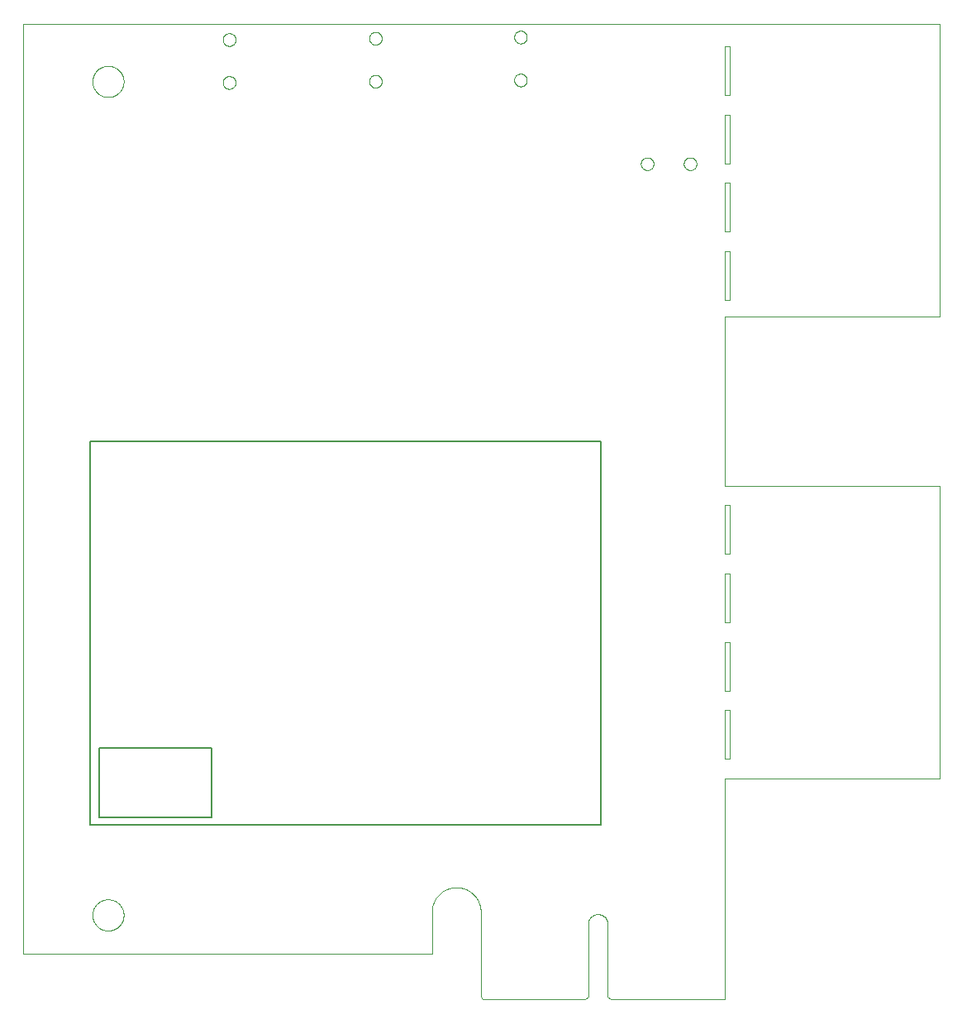
<source format=gbo>
G04 EAGLE Gerber RS-274X export*
G75*
%MOMM*%
%FSLAX34Y34*%
%LPD*%
%INSilk bottom*%
%IPPOS*%
%AMOC8*
5,1,8,0,0,1.08239X$1,22.5*%
G01*
%ADD10C,0.000000*%
%ADD11C,0.000003*%
%ADD12C,0.152400*%


D10*
X-317900Y87150D02*
X-317895Y87543D01*
X-317881Y87935D01*
X-317857Y88327D01*
X-317823Y88718D01*
X-317780Y89109D01*
X-317727Y89498D01*
X-317664Y89885D01*
X-317593Y90271D01*
X-317511Y90656D01*
X-317421Y91038D01*
X-317320Y91417D01*
X-317211Y91795D01*
X-317092Y92169D01*
X-316965Y92540D01*
X-316828Y92908D01*
X-316682Y93273D01*
X-316527Y93634D01*
X-316364Y93991D01*
X-316192Y94344D01*
X-316011Y94692D01*
X-315821Y95036D01*
X-315624Y95376D01*
X-315418Y95710D01*
X-315204Y96039D01*
X-314981Y96363D01*
X-314751Y96681D01*
X-314514Y96994D01*
X-314268Y97300D01*
X-314015Y97601D01*
X-313755Y97895D01*
X-313488Y98183D01*
X-313214Y98464D01*
X-312933Y98738D01*
X-312645Y99005D01*
X-312351Y99265D01*
X-312050Y99518D01*
X-311744Y99764D01*
X-311431Y100001D01*
X-311113Y100231D01*
X-310789Y100454D01*
X-310460Y100668D01*
X-310126Y100874D01*
X-309786Y101071D01*
X-309442Y101261D01*
X-309094Y101442D01*
X-308741Y101614D01*
X-308384Y101777D01*
X-308023Y101932D01*
X-307658Y102078D01*
X-307290Y102215D01*
X-306919Y102342D01*
X-306545Y102461D01*
X-306167Y102570D01*
X-305788Y102671D01*
X-305406Y102761D01*
X-305021Y102843D01*
X-304635Y102914D01*
X-304248Y102977D01*
X-303859Y103030D01*
X-303468Y103073D01*
X-303077Y103107D01*
X-302685Y103131D01*
X-302293Y103145D01*
X-301900Y103150D01*
X-301507Y103145D01*
X-301115Y103131D01*
X-300723Y103107D01*
X-300332Y103073D01*
X-299941Y103030D01*
X-299552Y102977D01*
X-299165Y102914D01*
X-298779Y102843D01*
X-298394Y102761D01*
X-298012Y102671D01*
X-297633Y102570D01*
X-297255Y102461D01*
X-296881Y102342D01*
X-296510Y102215D01*
X-296142Y102078D01*
X-295777Y101932D01*
X-295416Y101777D01*
X-295059Y101614D01*
X-294706Y101442D01*
X-294358Y101261D01*
X-294014Y101071D01*
X-293674Y100874D01*
X-293340Y100668D01*
X-293011Y100454D01*
X-292687Y100231D01*
X-292369Y100001D01*
X-292056Y99764D01*
X-291750Y99518D01*
X-291449Y99265D01*
X-291155Y99005D01*
X-290867Y98738D01*
X-290586Y98464D01*
X-290312Y98183D01*
X-290045Y97895D01*
X-289785Y97601D01*
X-289532Y97300D01*
X-289286Y96994D01*
X-289049Y96681D01*
X-288819Y96363D01*
X-288596Y96039D01*
X-288382Y95710D01*
X-288176Y95376D01*
X-287979Y95036D01*
X-287789Y94692D01*
X-287608Y94344D01*
X-287436Y93991D01*
X-287273Y93634D01*
X-287118Y93273D01*
X-286972Y92908D01*
X-286835Y92540D01*
X-286708Y92169D01*
X-286589Y91795D01*
X-286480Y91417D01*
X-286379Y91038D01*
X-286289Y90656D01*
X-286207Y90271D01*
X-286136Y89885D01*
X-286073Y89498D01*
X-286020Y89109D01*
X-285977Y88718D01*
X-285943Y88327D01*
X-285919Y87935D01*
X-285905Y87543D01*
X-285900Y87150D01*
X-285905Y86757D01*
X-285919Y86365D01*
X-285943Y85973D01*
X-285977Y85582D01*
X-286020Y85191D01*
X-286073Y84802D01*
X-286136Y84415D01*
X-286207Y84029D01*
X-286289Y83644D01*
X-286379Y83262D01*
X-286480Y82883D01*
X-286589Y82505D01*
X-286708Y82131D01*
X-286835Y81760D01*
X-286972Y81392D01*
X-287118Y81027D01*
X-287273Y80666D01*
X-287436Y80309D01*
X-287608Y79956D01*
X-287789Y79608D01*
X-287979Y79264D01*
X-288176Y78924D01*
X-288382Y78590D01*
X-288596Y78261D01*
X-288819Y77937D01*
X-289049Y77619D01*
X-289286Y77306D01*
X-289532Y77000D01*
X-289785Y76699D01*
X-290045Y76405D01*
X-290312Y76117D01*
X-290586Y75836D01*
X-290867Y75562D01*
X-291155Y75295D01*
X-291449Y75035D01*
X-291750Y74782D01*
X-292056Y74536D01*
X-292369Y74299D01*
X-292687Y74069D01*
X-293011Y73846D01*
X-293340Y73632D01*
X-293674Y73426D01*
X-294014Y73229D01*
X-294358Y73039D01*
X-294706Y72858D01*
X-295059Y72686D01*
X-295416Y72523D01*
X-295777Y72368D01*
X-296142Y72222D01*
X-296510Y72085D01*
X-296881Y71958D01*
X-297255Y71839D01*
X-297633Y71730D01*
X-298012Y71629D01*
X-298394Y71539D01*
X-298779Y71457D01*
X-299165Y71386D01*
X-299552Y71323D01*
X-299941Y71270D01*
X-300332Y71227D01*
X-300723Y71193D01*
X-301115Y71169D01*
X-301507Y71155D01*
X-301900Y71150D01*
X-302293Y71155D01*
X-302685Y71169D01*
X-303077Y71193D01*
X-303468Y71227D01*
X-303859Y71270D01*
X-304248Y71323D01*
X-304635Y71386D01*
X-305021Y71457D01*
X-305406Y71539D01*
X-305788Y71629D01*
X-306167Y71730D01*
X-306545Y71839D01*
X-306919Y71958D01*
X-307290Y72085D01*
X-307658Y72222D01*
X-308023Y72368D01*
X-308384Y72523D01*
X-308741Y72686D01*
X-309094Y72858D01*
X-309442Y73039D01*
X-309786Y73229D01*
X-310126Y73426D01*
X-310460Y73632D01*
X-310789Y73846D01*
X-311113Y74069D01*
X-311431Y74299D01*
X-311744Y74536D01*
X-312050Y74782D01*
X-312351Y75035D01*
X-312645Y75295D01*
X-312933Y75562D01*
X-313214Y75836D01*
X-313488Y76117D01*
X-313755Y76405D01*
X-314015Y76699D01*
X-314268Y77000D01*
X-314514Y77306D01*
X-314751Y77619D01*
X-314981Y77937D01*
X-315204Y78261D01*
X-315418Y78590D01*
X-315624Y78924D01*
X-315821Y79264D01*
X-316011Y79608D01*
X-316192Y79956D01*
X-316364Y80309D01*
X-316527Y80666D01*
X-316682Y81027D01*
X-316828Y81392D01*
X-316965Y81760D01*
X-317092Y82131D01*
X-317211Y82505D01*
X-317320Y82883D01*
X-317421Y83262D01*
X-317511Y83644D01*
X-317593Y84029D01*
X-317664Y84415D01*
X-317727Y84802D01*
X-317780Y85191D01*
X-317823Y85582D01*
X-317857Y85973D01*
X-317881Y86365D01*
X-317895Y86757D01*
X-317900Y87150D01*
X-317900Y941050D02*
X-317895Y941443D01*
X-317881Y941835D01*
X-317857Y942227D01*
X-317823Y942618D01*
X-317780Y943009D01*
X-317727Y943398D01*
X-317664Y943785D01*
X-317593Y944171D01*
X-317511Y944556D01*
X-317421Y944938D01*
X-317320Y945317D01*
X-317211Y945695D01*
X-317092Y946069D01*
X-316965Y946440D01*
X-316828Y946808D01*
X-316682Y947173D01*
X-316527Y947534D01*
X-316364Y947891D01*
X-316192Y948244D01*
X-316011Y948592D01*
X-315821Y948936D01*
X-315624Y949276D01*
X-315418Y949610D01*
X-315204Y949939D01*
X-314981Y950263D01*
X-314751Y950581D01*
X-314514Y950894D01*
X-314268Y951200D01*
X-314015Y951501D01*
X-313755Y951795D01*
X-313488Y952083D01*
X-313214Y952364D01*
X-312933Y952638D01*
X-312645Y952905D01*
X-312351Y953165D01*
X-312050Y953418D01*
X-311744Y953664D01*
X-311431Y953901D01*
X-311113Y954131D01*
X-310789Y954354D01*
X-310460Y954568D01*
X-310126Y954774D01*
X-309786Y954971D01*
X-309442Y955161D01*
X-309094Y955342D01*
X-308741Y955514D01*
X-308384Y955677D01*
X-308023Y955832D01*
X-307658Y955978D01*
X-307290Y956115D01*
X-306919Y956242D01*
X-306545Y956361D01*
X-306167Y956470D01*
X-305788Y956571D01*
X-305406Y956661D01*
X-305021Y956743D01*
X-304635Y956814D01*
X-304248Y956877D01*
X-303859Y956930D01*
X-303468Y956973D01*
X-303077Y957007D01*
X-302685Y957031D01*
X-302293Y957045D01*
X-301900Y957050D01*
X-301507Y957045D01*
X-301115Y957031D01*
X-300723Y957007D01*
X-300332Y956973D01*
X-299941Y956930D01*
X-299552Y956877D01*
X-299165Y956814D01*
X-298779Y956743D01*
X-298394Y956661D01*
X-298012Y956571D01*
X-297633Y956470D01*
X-297255Y956361D01*
X-296881Y956242D01*
X-296510Y956115D01*
X-296142Y955978D01*
X-295777Y955832D01*
X-295416Y955677D01*
X-295059Y955514D01*
X-294706Y955342D01*
X-294358Y955161D01*
X-294014Y954971D01*
X-293674Y954774D01*
X-293340Y954568D01*
X-293011Y954354D01*
X-292687Y954131D01*
X-292369Y953901D01*
X-292056Y953664D01*
X-291750Y953418D01*
X-291449Y953165D01*
X-291155Y952905D01*
X-290867Y952638D01*
X-290586Y952364D01*
X-290312Y952083D01*
X-290045Y951795D01*
X-289785Y951501D01*
X-289532Y951200D01*
X-289286Y950894D01*
X-289049Y950581D01*
X-288819Y950263D01*
X-288596Y949939D01*
X-288382Y949610D01*
X-288176Y949276D01*
X-287979Y948936D01*
X-287789Y948592D01*
X-287608Y948244D01*
X-287436Y947891D01*
X-287273Y947534D01*
X-287118Y947173D01*
X-286972Y946808D01*
X-286835Y946440D01*
X-286708Y946069D01*
X-286589Y945695D01*
X-286480Y945317D01*
X-286379Y944938D01*
X-286289Y944556D01*
X-286207Y944171D01*
X-286136Y943785D01*
X-286073Y943398D01*
X-286020Y943009D01*
X-285977Y942618D01*
X-285943Y942227D01*
X-285919Y941835D01*
X-285905Y941443D01*
X-285900Y941050D01*
X-285905Y940657D01*
X-285919Y940265D01*
X-285943Y939873D01*
X-285977Y939482D01*
X-286020Y939091D01*
X-286073Y938702D01*
X-286136Y938315D01*
X-286207Y937929D01*
X-286289Y937544D01*
X-286379Y937162D01*
X-286480Y936783D01*
X-286589Y936405D01*
X-286708Y936031D01*
X-286835Y935660D01*
X-286972Y935292D01*
X-287118Y934927D01*
X-287273Y934566D01*
X-287436Y934209D01*
X-287608Y933856D01*
X-287789Y933508D01*
X-287979Y933164D01*
X-288176Y932824D01*
X-288382Y932490D01*
X-288596Y932161D01*
X-288819Y931837D01*
X-289049Y931519D01*
X-289286Y931206D01*
X-289532Y930900D01*
X-289785Y930599D01*
X-290045Y930305D01*
X-290312Y930017D01*
X-290586Y929736D01*
X-290867Y929462D01*
X-291155Y929195D01*
X-291449Y928935D01*
X-291750Y928682D01*
X-292056Y928436D01*
X-292369Y928199D01*
X-292687Y927969D01*
X-293011Y927746D01*
X-293340Y927532D01*
X-293674Y927326D01*
X-294014Y927129D01*
X-294358Y926939D01*
X-294706Y926758D01*
X-295059Y926586D01*
X-295416Y926423D01*
X-295777Y926268D01*
X-296142Y926122D01*
X-296510Y925985D01*
X-296881Y925858D01*
X-297255Y925739D01*
X-297633Y925630D01*
X-298012Y925529D01*
X-298394Y925439D01*
X-298779Y925357D01*
X-299165Y925286D01*
X-299552Y925223D01*
X-299941Y925170D01*
X-300332Y925127D01*
X-300723Y925093D01*
X-301115Y925069D01*
X-301507Y925055D01*
X-301900Y925050D01*
X-302293Y925055D01*
X-302685Y925069D01*
X-303077Y925093D01*
X-303468Y925127D01*
X-303859Y925170D01*
X-304248Y925223D01*
X-304635Y925286D01*
X-305021Y925357D01*
X-305406Y925439D01*
X-305788Y925529D01*
X-306167Y925630D01*
X-306545Y925739D01*
X-306919Y925858D01*
X-307290Y925985D01*
X-307658Y926122D01*
X-308023Y926268D01*
X-308384Y926423D01*
X-308741Y926586D01*
X-309094Y926758D01*
X-309442Y926939D01*
X-309786Y927129D01*
X-310126Y927326D01*
X-310460Y927532D01*
X-310789Y927746D01*
X-311113Y927969D01*
X-311431Y928199D01*
X-311744Y928436D01*
X-312050Y928682D01*
X-312351Y928935D01*
X-312645Y929195D01*
X-312933Y929462D01*
X-313214Y929736D01*
X-313488Y930017D01*
X-313755Y930305D01*
X-314015Y930599D01*
X-314268Y930900D01*
X-314514Y931206D01*
X-314751Y931519D01*
X-314981Y931837D01*
X-315204Y932161D01*
X-315418Y932490D01*
X-315624Y932824D01*
X-315821Y933164D01*
X-316011Y933508D01*
X-316192Y933856D01*
X-316364Y934209D01*
X-316527Y934566D01*
X-316682Y934927D01*
X-316828Y935292D01*
X-316965Y935660D01*
X-317092Y936031D01*
X-317211Y936405D01*
X-317320Y936783D01*
X-317421Y937162D01*
X-317511Y937544D01*
X-317593Y937929D01*
X-317664Y938315D01*
X-317727Y938702D01*
X-317780Y939091D01*
X-317823Y939482D01*
X-317857Y939873D01*
X-317881Y940265D01*
X-317895Y940657D01*
X-317900Y941050D01*
D11*
X79900Y90500D02*
X79900Y3500D01*
X81900Y500D01*
X186900Y500D01*
X209900Y3500D02*
X209900Y78000D01*
X189900Y3500D02*
X186900Y500D01*
X209900Y3500D02*
X212900Y500D01*
X330000Y500D01*
X209900Y78000D02*
X209897Y78244D01*
X209888Y78487D01*
X209873Y78730D01*
X209853Y78973D01*
X209826Y79215D01*
X209793Y79456D01*
X209755Y79696D01*
X209711Y79936D01*
X209661Y80174D01*
X209605Y80411D01*
X209543Y80647D01*
X209476Y80881D01*
X209403Y81113D01*
X209324Y81344D01*
X209240Y81572D01*
X209150Y81799D01*
X209055Y82023D01*
X208954Y82245D01*
X208848Y82464D01*
X208737Y82680D01*
X208620Y82894D01*
X208499Y83105D01*
X208372Y83313D01*
X208240Y83518D01*
X208103Y83719D01*
X207961Y83917D01*
X207815Y84112D01*
X207664Y84303D01*
X207508Y84490D01*
X207348Y84673D01*
X207183Y84853D01*
X207014Y85028D01*
X206841Y85199D01*
X206663Y85366D01*
X206482Y85528D01*
X206297Y85686D01*
X206108Y85840D01*
X205915Y85989D01*
X205719Y86133D01*
X205519Y86272D01*
X205316Y86407D01*
X205109Y86536D01*
X204900Y86660D01*
X204688Y86779D01*
X204472Y86893D01*
X204255Y87002D01*
X204034Y87105D01*
X203811Y87203D01*
X203586Y87296D01*
X203358Y87383D01*
X203129Y87464D01*
X202897Y87540D01*
X202664Y87610D01*
X202429Y87675D01*
X202193Y87734D01*
X201955Y87787D01*
X201716Y87834D01*
X201476Y87875D01*
X201235Y87910D01*
X200994Y87940D01*
X200751Y87964D01*
X200508Y87981D01*
X200265Y87993D01*
X200022Y87999D01*
X199778Y87999D01*
X199535Y87993D01*
X199292Y87981D01*
X199049Y87964D01*
X198806Y87940D01*
X198565Y87910D01*
X198324Y87875D01*
X198084Y87834D01*
X197845Y87787D01*
X197607Y87734D01*
X197371Y87675D01*
X197136Y87610D01*
X196903Y87540D01*
X196671Y87464D01*
X196442Y87383D01*
X196214Y87296D01*
X195989Y87203D01*
X195766Y87105D01*
X195545Y87002D01*
X195328Y86893D01*
X195112Y86779D01*
X194900Y86660D01*
X194691Y86536D01*
X194484Y86407D01*
X194281Y86272D01*
X194081Y86133D01*
X193885Y85989D01*
X193692Y85840D01*
X193503Y85686D01*
X193318Y85528D01*
X193137Y85366D01*
X192959Y85199D01*
X192786Y85028D01*
X192617Y84853D01*
X192452Y84673D01*
X192292Y84490D01*
X192136Y84303D01*
X191985Y84112D01*
X191839Y83917D01*
X191697Y83719D01*
X191560Y83518D01*
X191428Y83313D01*
X191301Y83105D01*
X191180Y82894D01*
X191063Y82680D01*
X190952Y82464D01*
X190846Y82245D01*
X190745Y82023D01*
X190650Y81799D01*
X190560Y81572D01*
X190476Y81344D01*
X190397Y81113D01*
X190324Y80881D01*
X190257Y80647D01*
X190195Y80411D01*
X190139Y80174D01*
X190089Y79936D01*
X190045Y79696D01*
X190007Y79456D01*
X189974Y79215D01*
X189947Y78973D01*
X189927Y78730D01*
X189912Y78487D01*
X189903Y78244D01*
X189900Y78000D01*
X54900Y115500D02*
X54296Y115493D01*
X53692Y115471D01*
X53089Y115434D01*
X52487Y115383D01*
X51887Y115318D01*
X51288Y115238D01*
X50691Y115143D01*
X50097Y115034D01*
X49505Y114911D01*
X48917Y114774D01*
X48332Y114622D01*
X47751Y114456D01*
X47175Y114276D01*
X46602Y114083D01*
X46035Y113875D01*
X45473Y113654D01*
X44916Y113420D01*
X44365Y113172D01*
X43820Y112911D01*
X43282Y112636D01*
X42750Y112349D01*
X42226Y112049D01*
X41709Y111737D01*
X41200Y111412D01*
X40698Y111075D01*
X40205Y110725D01*
X39721Y110364D01*
X39245Y109992D01*
X38779Y109608D01*
X38322Y109213D01*
X37875Y108807D01*
X37437Y108390D01*
X37010Y107963D01*
X36593Y107525D01*
X36187Y107078D01*
X35792Y106621D01*
X35408Y106155D01*
X35036Y105679D01*
X34675Y105195D01*
X34325Y104702D01*
X33988Y104200D01*
X33663Y103691D01*
X33351Y103174D01*
X33051Y102650D01*
X32764Y102118D01*
X32489Y101580D01*
X32228Y101035D01*
X31980Y100484D01*
X31746Y99927D01*
X31525Y99365D01*
X31317Y98798D01*
X31124Y98225D01*
X30944Y97649D01*
X30778Y97068D01*
X30626Y96483D01*
X30489Y95895D01*
X30366Y95303D01*
X30257Y94709D01*
X30162Y94112D01*
X30082Y93513D01*
X30017Y92913D01*
X29966Y92311D01*
X29929Y91708D01*
X29907Y91104D01*
X29900Y90500D01*
X54900Y115500D02*
X55504Y115493D01*
X56108Y115471D01*
X56711Y115434D01*
X57313Y115383D01*
X57913Y115318D01*
X58512Y115238D01*
X59109Y115143D01*
X59703Y115034D01*
X60295Y114911D01*
X60883Y114774D01*
X61468Y114622D01*
X62049Y114456D01*
X62625Y114276D01*
X63198Y114083D01*
X63765Y113875D01*
X64327Y113654D01*
X64884Y113420D01*
X65435Y113172D01*
X65980Y112911D01*
X66518Y112636D01*
X67050Y112349D01*
X67574Y112049D01*
X68091Y111737D01*
X68600Y111412D01*
X69102Y111075D01*
X69595Y110725D01*
X70079Y110364D01*
X70555Y109992D01*
X71021Y109608D01*
X71478Y109213D01*
X71925Y108807D01*
X72363Y108390D01*
X72790Y107963D01*
X73207Y107525D01*
X73613Y107078D01*
X74008Y106621D01*
X74392Y106155D01*
X74764Y105679D01*
X75125Y105195D01*
X75475Y104702D01*
X75812Y104200D01*
X76137Y103691D01*
X76449Y103174D01*
X76749Y102650D01*
X77036Y102118D01*
X77311Y101580D01*
X77572Y101035D01*
X77820Y100484D01*
X78054Y99927D01*
X78275Y99365D01*
X78483Y98798D01*
X78676Y98225D01*
X78856Y97649D01*
X79022Y97068D01*
X79174Y96483D01*
X79311Y95895D01*
X79434Y95303D01*
X79543Y94709D01*
X79638Y94112D01*
X79718Y93513D01*
X79783Y92913D01*
X79834Y92311D01*
X79871Y91708D01*
X79893Y91104D01*
X79900Y90500D01*
X29900Y90500D02*
X29900Y47500D01*
X-389090Y47500D02*
X-389090Y1000030D01*
X330000Y1000030D01*
X189900Y78000D02*
X189900Y3500D01*
X-389090Y47498D02*
X-389090Y47500D01*
X29900Y47500D01*
D10*
X330000Y700000D02*
X550000Y700000D01*
X550000Y1000030D01*
X330000Y1000030D01*
X330000Y227050D02*
X550000Y227050D01*
X550000Y527050D01*
X330000Y527050D01*
X330000Y227050D02*
X330000Y500D01*
X330000Y527050D02*
X330000Y700000D01*
X335000Y297050D02*
X335000Y247050D01*
X330000Y247050D01*
X330000Y297050D02*
X335000Y297050D01*
X330000Y297050D02*
X330000Y247050D01*
X335000Y317050D02*
X335000Y367050D01*
X335000Y317050D02*
X330000Y317050D01*
X330000Y367050D02*
X335000Y367050D01*
X330000Y367050D02*
X330000Y317050D01*
X335000Y387050D02*
X335000Y437050D01*
X335000Y387050D02*
X330000Y387050D01*
X330000Y437050D02*
X335000Y437050D01*
X330000Y437050D02*
X330000Y387050D01*
X335000Y457050D02*
X335000Y507050D01*
X335000Y457050D02*
X330000Y457050D01*
X330000Y507050D02*
X335000Y507050D01*
X330000Y507050D02*
X330000Y457050D01*
X335000Y717050D02*
X335000Y767050D01*
X335000Y717050D02*
X330000Y717050D01*
X330000Y767050D02*
X335000Y767050D01*
X330000Y767050D02*
X330000Y717050D01*
X335000Y787050D02*
X335000Y837050D01*
X335000Y787050D02*
X330000Y787050D01*
X330000Y837050D02*
X335000Y837050D01*
X330000Y837050D02*
X330000Y787050D01*
X335000Y857050D02*
X335000Y907050D01*
X335000Y857050D02*
X330000Y857050D01*
X330000Y907050D02*
X335000Y907050D01*
X330000Y907050D02*
X330000Y857050D01*
X335000Y927050D02*
X335000Y977050D01*
X335000Y927050D02*
X330000Y927050D01*
X330000Y977050D02*
X335000Y977050D01*
X330000Y977050D02*
X330000Y927050D01*
X-184300Y983940D02*
X-184298Y984101D01*
X-184292Y984261D01*
X-184282Y984422D01*
X-184268Y984582D01*
X-184250Y984742D01*
X-184229Y984901D01*
X-184203Y985060D01*
X-184173Y985218D01*
X-184140Y985375D01*
X-184102Y985532D01*
X-184061Y985687D01*
X-184016Y985841D01*
X-183967Y985994D01*
X-183914Y986146D01*
X-183858Y986297D01*
X-183797Y986446D01*
X-183734Y986594D01*
X-183666Y986740D01*
X-183595Y986884D01*
X-183521Y987026D01*
X-183443Y987167D01*
X-183361Y987305D01*
X-183276Y987442D01*
X-183188Y987576D01*
X-183096Y987708D01*
X-183001Y987838D01*
X-182903Y987966D01*
X-182802Y988091D01*
X-182698Y988213D01*
X-182591Y988333D01*
X-182481Y988450D01*
X-182368Y988565D01*
X-182252Y988676D01*
X-182133Y988785D01*
X-182012Y988890D01*
X-181888Y988993D01*
X-181762Y989093D01*
X-181634Y989189D01*
X-181503Y989282D01*
X-181369Y989372D01*
X-181234Y989459D01*
X-181096Y989542D01*
X-180957Y989622D01*
X-180815Y989698D01*
X-180672Y989771D01*
X-180527Y989840D01*
X-180380Y989906D01*
X-180232Y989968D01*
X-180082Y990026D01*
X-179931Y990081D01*
X-179778Y990132D01*
X-179624Y990179D01*
X-179469Y990222D01*
X-179313Y990261D01*
X-179157Y990297D01*
X-178999Y990328D01*
X-178841Y990356D01*
X-178682Y990380D01*
X-178522Y990400D01*
X-178362Y990416D01*
X-178202Y990428D01*
X-178041Y990436D01*
X-177880Y990440D01*
X-177720Y990440D01*
X-177559Y990436D01*
X-177398Y990428D01*
X-177238Y990416D01*
X-177078Y990400D01*
X-176918Y990380D01*
X-176759Y990356D01*
X-176601Y990328D01*
X-176443Y990297D01*
X-176287Y990261D01*
X-176131Y990222D01*
X-175976Y990179D01*
X-175822Y990132D01*
X-175669Y990081D01*
X-175518Y990026D01*
X-175368Y989968D01*
X-175220Y989906D01*
X-175073Y989840D01*
X-174928Y989771D01*
X-174785Y989698D01*
X-174643Y989622D01*
X-174504Y989542D01*
X-174366Y989459D01*
X-174231Y989372D01*
X-174097Y989282D01*
X-173966Y989189D01*
X-173838Y989093D01*
X-173712Y988993D01*
X-173588Y988890D01*
X-173467Y988785D01*
X-173348Y988676D01*
X-173232Y988565D01*
X-173119Y988450D01*
X-173009Y988333D01*
X-172902Y988213D01*
X-172798Y988091D01*
X-172697Y987966D01*
X-172599Y987838D01*
X-172504Y987708D01*
X-172412Y987576D01*
X-172324Y987442D01*
X-172239Y987305D01*
X-172157Y987167D01*
X-172079Y987026D01*
X-172005Y986884D01*
X-171934Y986740D01*
X-171866Y986594D01*
X-171803Y986446D01*
X-171742Y986297D01*
X-171686Y986146D01*
X-171633Y985994D01*
X-171584Y985841D01*
X-171539Y985687D01*
X-171498Y985532D01*
X-171460Y985375D01*
X-171427Y985218D01*
X-171397Y985060D01*
X-171371Y984901D01*
X-171350Y984742D01*
X-171332Y984582D01*
X-171318Y984422D01*
X-171308Y984261D01*
X-171302Y984101D01*
X-171300Y983940D01*
X-171302Y983779D01*
X-171308Y983619D01*
X-171318Y983458D01*
X-171332Y983298D01*
X-171350Y983138D01*
X-171371Y982979D01*
X-171397Y982820D01*
X-171427Y982662D01*
X-171460Y982505D01*
X-171498Y982348D01*
X-171539Y982193D01*
X-171584Y982039D01*
X-171633Y981886D01*
X-171686Y981734D01*
X-171742Y981583D01*
X-171803Y981434D01*
X-171866Y981286D01*
X-171934Y981140D01*
X-172005Y980996D01*
X-172079Y980854D01*
X-172157Y980713D01*
X-172239Y980575D01*
X-172324Y980438D01*
X-172412Y980304D01*
X-172504Y980172D01*
X-172599Y980042D01*
X-172697Y979914D01*
X-172798Y979789D01*
X-172902Y979667D01*
X-173009Y979547D01*
X-173119Y979430D01*
X-173232Y979315D01*
X-173348Y979204D01*
X-173467Y979095D01*
X-173588Y978990D01*
X-173712Y978887D01*
X-173838Y978787D01*
X-173966Y978691D01*
X-174097Y978598D01*
X-174231Y978508D01*
X-174366Y978421D01*
X-174504Y978338D01*
X-174643Y978258D01*
X-174785Y978182D01*
X-174928Y978109D01*
X-175073Y978040D01*
X-175220Y977974D01*
X-175368Y977912D01*
X-175518Y977854D01*
X-175669Y977799D01*
X-175822Y977748D01*
X-175976Y977701D01*
X-176131Y977658D01*
X-176287Y977619D01*
X-176443Y977583D01*
X-176601Y977552D01*
X-176759Y977524D01*
X-176918Y977500D01*
X-177078Y977480D01*
X-177238Y977464D01*
X-177398Y977452D01*
X-177559Y977444D01*
X-177720Y977440D01*
X-177880Y977440D01*
X-178041Y977444D01*
X-178202Y977452D01*
X-178362Y977464D01*
X-178522Y977480D01*
X-178682Y977500D01*
X-178841Y977524D01*
X-178999Y977552D01*
X-179157Y977583D01*
X-179313Y977619D01*
X-179469Y977658D01*
X-179624Y977701D01*
X-179778Y977748D01*
X-179931Y977799D01*
X-180082Y977854D01*
X-180232Y977912D01*
X-180380Y977974D01*
X-180527Y978040D01*
X-180672Y978109D01*
X-180815Y978182D01*
X-180957Y978258D01*
X-181096Y978338D01*
X-181234Y978421D01*
X-181369Y978508D01*
X-181503Y978598D01*
X-181634Y978691D01*
X-181762Y978787D01*
X-181888Y978887D01*
X-182012Y978990D01*
X-182133Y979095D01*
X-182252Y979204D01*
X-182368Y979315D01*
X-182481Y979430D01*
X-182591Y979547D01*
X-182698Y979667D01*
X-182802Y979789D01*
X-182903Y979914D01*
X-183001Y980042D01*
X-183096Y980172D01*
X-183188Y980304D01*
X-183276Y980438D01*
X-183361Y980575D01*
X-183443Y980713D01*
X-183521Y980854D01*
X-183595Y980996D01*
X-183666Y981140D01*
X-183734Y981286D01*
X-183797Y981434D01*
X-183858Y981583D01*
X-183914Y981734D01*
X-183967Y981886D01*
X-184016Y982039D01*
X-184061Y982193D01*
X-184102Y982348D01*
X-184140Y982505D01*
X-184173Y982662D01*
X-184203Y982820D01*
X-184229Y982979D01*
X-184250Y983138D01*
X-184268Y983298D01*
X-184282Y983458D01*
X-184292Y983619D01*
X-184298Y983779D01*
X-184300Y983940D01*
X-184300Y939940D02*
X-184298Y940101D01*
X-184292Y940261D01*
X-184282Y940422D01*
X-184268Y940582D01*
X-184250Y940742D01*
X-184229Y940901D01*
X-184203Y941060D01*
X-184173Y941218D01*
X-184140Y941375D01*
X-184102Y941532D01*
X-184061Y941687D01*
X-184016Y941841D01*
X-183967Y941994D01*
X-183914Y942146D01*
X-183858Y942297D01*
X-183797Y942446D01*
X-183734Y942594D01*
X-183666Y942740D01*
X-183595Y942884D01*
X-183521Y943026D01*
X-183443Y943167D01*
X-183361Y943305D01*
X-183276Y943442D01*
X-183188Y943576D01*
X-183096Y943708D01*
X-183001Y943838D01*
X-182903Y943966D01*
X-182802Y944091D01*
X-182698Y944213D01*
X-182591Y944333D01*
X-182481Y944450D01*
X-182368Y944565D01*
X-182252Y944676D01*
X-182133Y944785D01*
X-182012Y944890D01*
X-181888Y944993D01*
X-181762Y945093D01*
X-181634Y945189D01*
X-181503Y945282D01*
X-181369Y945372D01*
X-181234Y945459D01*
X-181096Y945542D01*
X-180957Y945622D01*
X-180815Y945698D01*
X-180672Y945771D01*
X-180527Y945840D01*
X-180380Y945906D01*
X-180232Y945968D01*
X-180082Y946026D01*
X-179931Y946081D01*
X-179778Y946132D01*
X-179624Y946179D01*
X-179469Y946222D01*
X-179313Y946261D01*
X-179157Y946297D01*
X-178999Y946328D01*
X-178841Y946356D01*
X-178682Y946380D01*
X-178522Y946400D01*
X-178362Y946416D01*
X-178202Y946428D01*
X-178041Y946436D01*
X-177880Y946440D01*
X-177720Y946440D01*
X-177559Y946436D01*
X-177398Y946428D01*
X-177238Y946416D01*
X-177078Y946400D01*
X-176918Y946380D01*
X-176759Y946356D01*
X-176601Y946328D01*
X-176443Y946297D01*
X-176287Y946261D01*
X-176131Y946222D01*
X-175976Y946179D01*
X-175822Y946132D01*
X-175669Y946081D01*
X-175518Y946026D01*
X-175368Y945968D01*
X-175220Y945906D01*
X-175073Y945840D01*
X-174928Y945771D01*
X-174785Y945698D01*
X-174643Y945622D01*
X-174504Y945542D01*
X-174366Y945459D01*
X-174231Y945372D01*
X-174097Y945282D01*
X-173966Y945189D01*
X-173838Y945093D01*
X-173712Y944993D01*
X-173588Y944890D01*
X-173467Y944785D01*
X-173348Y944676D01*
X-173232Y944565D01*
X-173119Y944450D01*
X-173009Y944333D01*
X-172902Y944213D01*
X-172798Y944091D01*
X-172697Y943966D01*
X-172599Y943838D01*
X-172504Y943708D01*
X-172412Y943576D01*
X-172324Y943442D01*
X-172239Y943305D01*
X-172157Y943167D01*
X-172079Y943026D01*
X-172005Y942884D01*
X-171934Y942740D01*
X-171866Y942594D01*
X-171803Y942446D01*
X-171742Y942297D01*
X-171686Y942146D01*
X-171633Y941994D01*
X-171584Y941841D01*
X-171539Y941687D01*
X-171498Y941532D01*
X-171460Y941375D01*
X-171427Y941218D01*
X-171397Y941060D01*
X-171371Y940901D01*
X-171350Y940742D01*
X-171332Y940582D01*
X-171318Y940422D01*
X-171308Y940261D01*
X-171302Y940101D01*
X-171300Y939940D01*
X-171302Y939779D01*
X-171308Y939619D01*
X-171318Y939458D01*
X-171332Y939298D01*
X-171350Y939138D01*
X-171371Y938979D01*
X-171397Y938820D01*
X-171427Y938662D01*
X-171460Y938505D01*
X-171498Y938348D01*
X-171539Y938193D01*
X-171584Y938039D01*
X-171633Y937886D01*
X-171686Y937734D01*
X-171742Y937583D01*
X-171803Y937434D01*
X-171866Y937286D01*
X-171934Y937140D01*
X-172005Y936996D01*
X-172079Y936854D01*
X-172157Y936713D01*
X-172239Y936575D01*
X-172324Y936438D01*
X-172412Y936304D01*
X-172504Y936172D01*
X-172599Y936042D01*
X-172697Y935914D01*
X-172798Y935789D01*
X-172902Y935667D01*
X-173009Y935547D01*
X-173119Y935430D01*
X-173232Y935315D01*
X-173348Y935204D01*
X-173467Y935095D01*
X-173588Y934990D01*
X-173712Y934887D01*
X-173838Y934787D01*
X-173966Y934691D01*
X-174097Y934598D01*
X-174231Y934508D01*
X-174366Y934421D01*
X-174504Y934338D01*
X-174643Y934258D01*
X-174785Y934182D01*
X-174928Y934109D01*
X-175073Y934040D01*
X-175220Y933974D01*
X-175368Y933912D01*
X-175518Y933854D01*
X-175669Y933799D01*
X-175822Y933748D01*
X-175976Y933701D01*
X-176131Y933658D01*
X-176287Y933619D01*
X-176443Y933583D01*
X-176601Y933552D01*
X-176759Y933524D01*
X-176918Y933500D01*
X-177078Y933480D01*
X-177238Y933464D01*
X-177398Y933452D01*
X-177559Y933444D01*
X-177720Y933440D01*
X-177880Y933440D01*
X-178041Y933444D01*
X-178202Y933452D01*
X-178362Y933464D01*
X-178522Y933480D01*
X-178682Y933500D01*
X-178841Y933524D01*
X-178999Y933552D01*
X-179157Y933583D01*
X-179313Y933619D01*
X-179469Y933658D01*
X-179624Y933701D01*
X-179778Y933748D01*
X-179931Y933799D01*
X-180082Y933854D01*
X-180232Y933912D01*
X-180380Y933974D01*
X-180527Y934040D01*
X-180672Y934109D01*
X-180815Y934182D01*
X-180957Y934258D01*
X-181096Y934338D01*
X-181234Y934421D01*
X-181369Y934508D01*
X-181503Y934598D01*
X-181634Y934691D01*
X-181762Y934787D01*
X-181888Y934887D01*
X-182012Y934990D01*
X-182133Y935095D01*
X-182252Y935204D01*
X-182368Y935315D01*
X-182481Y935430D01*
X-182591Y935547D01*
X-182698Y935667D01*
X-182802Y935789D01*
X-182903Y935914D01*
X-183001Y936042D01*
X-183096Y936172D01*
X-183188Y936304D01*
X-183276Y936438D01*
X-183361Y936575D01*
X-183443Y936713D01*
X-183521Y936854D01*
X-183595Y936996D01*
X-183666Y937140D01*
X-183734Y937286D01*
X-183797Y937434D01*
X-183858Y937583D01*
X-183914Y937734D01*
X-183967Y937886D01*
X-184016Y938039D01*
X-184061Y938193D01*
X-184102Y938348D01*
X-184140Y938505D01*
X-184173Y938662D01*
X-184203Y938820D01*
X-184229Y938979D01*
X-184250Y939138D01*
X-184268Y939298D01*
X-184282Y939458D01*
X-184292Y939619D01*
X-184298Y939779D01*
X-184300Y939940D01*
X-34440Y985210D02*
X-34438Y985371D01*
X-34432Y985531D01*
X-34422Y985692D01*
X-34408Y985852D01*
X-34390Y986012D01*
X-34369Y986171D01*
X-34343Y986330D01*
X-34313Y986488D01*
X-34280Y986645D01*
X-34242Y986802D01*
X-34201Y986957D01*
X-34156Y987111D01*
X-34107Y987264D01*
X-34054Y987416D01*
X-33998Y987567D01*
X-33937Y987716D01*
X-33874Y987864D01*
X-33806Y988010D01*
X-33735Y988154D01*
X-33661Y988296D01*
X-33583Y988437D01*
X-33501Y988575D01*
X-33416Y988712D01*
X-33328Y988846D01*
X-33236Y988978D01*
X-33141Y989108D01*
X-33043Y989236D01*
X-32942Y989361D01*
X-32838Y989483D01*
X-32731Y989603D01*
X-32621Y989720D01*
X-32508Y989835D01*
X-32392Y989946D01*
X-32273Y990055D01*
X-32152Y990160D01*
X-32028Y990263D01*
X-31902Y990363D01*
X-31774Y990459D01*
X-31643Y990552D01*
X-31509Y990642D01*
X-31374Y990729D01*
X-31236Y990812D01*
X-31097Y990892D01*
X-30955Y990968D01*
X-30812Y991041D01*
X-30667Y991110D01*
X-30520Y991176D01*
X-30372Y991238D01*
X-30222Y991296D01*
X-30071Y991351D01*
X-29918Y991402D01*
X-29764Y991449D01*
X-29609Y991492D01*
X-29453Y991531D01*
X-29297Y991567D01*
X-29139Y991598D01*
X-28981Y991626D01*
X-28822Y991650D01*
X-28662Y991670D01*
X-28502Y991686D01*
X-28342Y991698D01*
X-28181Y991706D01*
X-28020Y991710D01*
X-27860Y991710D01*
X-27699Y991706D01*
X-27538Y991698D01*
X-27378Y991686D01*
X-27218Y991670D01*
X-27058Y991650D01*
X-26899Y991626D01*
X-26741Y991598D01*
X-26583Y991567D01*
X-26427Y991531D01*
X-26271Y991492D01*
X-26116Y991449D01*
X-25962Y991402D01*
X-25809Y991351D01*
X-25658Y991296D01*
X-25508Y991238D01*
X-25360Y991176D01*
X-25213Y991110D01*
X-25068Y991041D01*
X-24925Y990968D01*
X-24783Y990892D01*
X-24644Y990812D01*
X-24506Y990729D01*
X-24371Y990642D01*
X-24237Y990552D01*
X-24106Y990459D01*
X-23978Y990363D01*
X-23852Y990263D01*
X-23728Y990160D01*
X-23607Y990055D01*
X-23488Y989946D01*
X-23372Y989835D01*
X-23259Y989720D01*
X-23149Y989603D01*
X-23042Y989483D01*
X-22938Y989361D01*
X-22837Y989236D01*
X-22739Y989108D01*
X-22644Y988978D01*
X-22552Y988846D01*
X-22464Y988712D01*
X-22379Y988575D01*
X-22297Y988437D01*
X-22219Y988296D01*
X-22145Y988154D01*
X-22074Y988010D01*
X-22006Y987864D01*
X-21943Y987716D01*
X-21882Y987567D01*
X-21826Y987416D01*
X-21773Y987264D01*
X-21724Y987111D01*
X-21679Y986957D01*
X-21638Y986802D01*
X-21600Y986645D01*
X-21567Y986488D01*
X-21537Y986330D01*
X-21511Y986171D01*
X-21490Y986012D01*
X-21472Y985852D01*
X-21458Y985692D01*
X-21448Y985531D01*
X-21442Y985371D01*
X-21440Y985210D01*
X-21442Y985049D01*
X-21448Y984889D01*
X-21458Y984728D01*
X-21472Y984568D01*
X-21490Y984408D01*
X-21511Y984249D01*
X-21537Y984090D01*
X-21567Y983932D01*
X-21600Y983775D01*
X-21638Y983618D01*
X-21679Y983463D01*
X-21724Y983309D01*
X-21773Y983156D01*
X-21826Y983004D01*
X-21882Y982853D01*
X-21943Y982704D01*
X-22006Y982556D01*
X-22074Y982410D01*
X-22145Y982266D01*
X-22219Y982124D01*
X-22297Y981983D01*
X-22379Y981845D01*
X-22464Y981708D01*
X-22552Y981574D01*
X-22644Y981442D01*
X-22739Y981312D01*
X-22837Y981184D01*
X-22938Y981059D01*
X-23042Y980937D01*
X-23149Y980817D01*
X-23259Y980700D01*
X-23372Y980585D01*
X-23488Y980474D01*
X-23607Y980365D01*
X-23728Y980260D01*
X-23852Y980157D01*
X-23978Y980057D01*
X-24106Y979961D01*
X-24237Y979868D01*
X-24371Y979778D01*
X-24506Y979691D01*
X-24644Y979608D01*
X-24783Y979528D01*
X-24925Y979452D01*
X-25068Y979379D01*
X-25213Y979310D01*
X-25360Y979244D01*
X-25508Y979182D01*
X-25658Y979124D01*
X-25809Y979069D01*
X-25962Y979018D01*
X-26116Y978971D01*
X-26271Y978928D01*
X-26427Y978889D01*
X-26583Y978853D01*
X-26741Y978822D01*
X-26899Y978794D01*
X-27058Y978770D01*
X-27218Y978750D01*
X-27378Y978734D01*
X-27538Y978722D01*
X-27699Y978714D01*
X-27860Y978710D01*
X-28020Y978710D01*
X-28181Y978714D01*
X-28342Y978722D01*
X-28502Y978734D01*
X-28662Y978750D01*
X-28822Y978770D01*
X-28981Y978794D01*
X-29139Y978822D01*
X-29297Y978853D01*
X-29453Y978889D01*
X-29609Y978928D01*
X-29764Y978971D01*
X-29918Y979018D01*
X-30071Y979069D01*
X-30222Y979124D01*
X-30372Y979182D01*
X-30520Y979244D01*
X-30667Y979310D01*
X-30812Y979379D01*
X-30955Y979452D01*
X-31097Y979528D01*
X-31236Y979608D01*
X-31374Y979691D01*
X-31509Y979778D01*
X-31643Y979868D01*
X-31774Y979961D01*
X-31902Y980057D01*
X-32028Y980157D01*
X-32152Y980260D01*
X-32273Y980365D01*
X-32392Y980474D01*
X-32508Y980585D01*
X-32621Y980700D01*
X-32731Y980817D01*
X-32838Y980937D01*
X-32942Y981059D01*
X-33043Y981184D01*
X-33141Y981312D01*
X-33236Y981442D01*
X-33328Y981574D01*
X-33416Y981708D01*
X-33501Y981845D01*
X-33583Y981983D01*
X-33661Y982124D01*
X-33735Y982266D01*
X-33806Y982410D01*
X-33874Y982556D01*
X-33937Y982704D01*
X-33998Y982853D01*
X-34054Y983004D01*
X-34107Y983156D01*
X-34156Y983309D01*
X-34201Y983463D01*
X-34242Y983618D01*
X-34280Y983775D01*
X-34313Y983932D01*
X-34343Y984090D01*
X-34369Y984249D01*
X-34390Y984408D01*
X-34408Y984568D01*
X-34422Y984728D01*
X-34432Y984889D01*
X-34438Y985049D01*
X-34440Y985210D01*
X-34440Y941210D02*
X-34438Y941371D01*
X-34432Y941531D01*
X-34422Y941692D01*
X-34408Y941852D01*
X-34390Y942012D01*
X-34369Y942171D01*
X-34343Y942330D01*
X-34313Y942488D01*
X-34280Y942645D01*
X-34242Y942802D01*
X-34201Y942957D01*
X-34156Y943111D01*
X-34107Y943264D01*
X-34054Y943416D01*
X-33998Y943567D01*
X-33937Y943716D01*
X-33874Y943864D01*
X-33806Y944010D01*
X-33735Y944154D01*
X-33661Y944296D01*
X-33583Y944437D01*
X-33501Y944575D01*
X-33416Y944712D01*
X-33328Y944846D01*
X-33236Y944978D01*
X-33141Y945108D01*
X-33043Y945236D01*
X-32942Y945361D01*
X-32838Y945483D01*
X-32731Y945603D01*
X-32621Y945720D01*
X-32508Y945835D01*
X-32392Y945946D01*
X-32273Y946055D01*
X-32152Y946160D01*
X-32028Y946263D01*
X-31902Y946363D01*
X-31774Y946459D01*
X-31643Y946552D01*
X-31509Y946642D01*
X-31374Y946729D01*
X-31236Y946812D01*
X-31097Y946892D01*
X-30955Y946968D01*
X-30812Y947041D01*
X-30667Y947110D01*
X-30520Y947176D01*
X-30372Y947238D01*
X-30222Y947296D01*
X-30071Y947351D01*
X-29918Y947402D01*
X-29764Y947449D01*
X-29609Y947492D01*
X-29453Y947531D01*
X-29297Y947567D01*
X-29139Y947598D01*
X-28981Y947626D01*
X-28822Y947650D01*
X-28662Y947670D01*
X-28502Y947686D01*
X-28342Y947698D01*
X-28181Y947706D01*
X-28020Y947710D01*
X-27860Y947710D01*
X-27699Y947706D01*
X-27538Y947698D01*
X-27378Y947686D01*
X-27218Y947670D01*
X-27058Y947650D01*
X-26899Y947626D01*
X-26741Y947598D01*
X-26583Y947567D01*
X-26427Y947531D01*
X-26271Y947492D01*
X-26116Y947449D01*
X-25962Y947402D01*
X-25809Y947351D01*
X-25658Y947296D01*
X-25508Y947238D01*
X-25360Y947176D01*
X-25213Y947110D01*
X-25068Y947041D01*
X-24925Y946968D01*
X-24783Y946892D01*
X-24644Y946812D01*
X-24506Y946729D01*
X-24371Y946642D01*
X-24237Y946552D01*
X-24106Y946459D01*
X-23978Y946363D01*
X-23852Y946263D01*
X-23728Y946160D01*
X-23607Y946055D01*
X-23488Y945946D01*
X-23372Y945835D01*
X-23259Y945720D01*
X-23149Y945603D01*
X-23042Y945483D01*
X-22938Y945361D01*
X-22837Y945236D01*
X-22739Y945108D01*
X-22644Y944978D01*
X-22552Y944846D01*
X-22464Y944712D01*
X-22379Y944575D01*
X-22297Y944437D01*
X-22219Y944296D01*
X-22145Y944154D01*
X-22074Y944010D01*
X-22006Y943864D01*
X-21943Y943716D01*
X-21882Y943567D01*
X-21826Y943416D01*
X-21773Y943264D01*
X-21724Y943111D01*
X-21679Y942957D01*
X-21638Y942802D01*
X-21600Y942645D01*
X-21567Y942488D01*
X-21537Y942330D01*
X-21511Y942171D01*
X-21490Y942012D01*
X-21472Y941852D01*
X-21458Y941692D01*
X-21448Y941531D01*
X-21442Y941371D01*
X-21440Y941210D01*
X-21442Y941049D01*
X-21448Y940889D01*
X-21458Y940728D01*
X-21472Y940568D01*
X-21490Y940408D01*
X-21511Y940249D01*
X-21537Y940090D01*
X-21567Y939932D01*
X-21600Y939775D01*
X-21638Y939618D01*
X-21679Y939463D01*
X-21724Y939309D01*
X-21773Y939156D01*
X-21826Y939004D01*
X-21882Y938853D01*
X-21943Y938704D01*
X-22006Y938556D01*
X-22074Y938410D01*
X-22145Y938266D01*
X-22219Y938124D01*
X-22297Y937983D01*
X-22379Y937845D01*
X-22464Y937708D01*
X-22552Y937574D01*
X-22644Y937442D01*
X-22739Y937312D01*
X-22837Y937184D01*
X-22938Y937059D01*
X-23042Y936937D01*
X-23149Y936817D01*
X-23259Y936700D01*
X-23372Y936585D01*
X-23488Y936474D01*
X-23607Y936365D01*
X-23728Y936260D01*
X-23852Y936157D01*
X-23978Y936057D01*
X-24106Y935961D01*
X-24237Y935868D01*
X-24371Y935778D01*
X-24506Y935691D01*
X-24644Y935608D01*
X-24783Y935528D01*
X-24925Y935452D01*
X-25068Y935379D01*
X-25213Y935310D01*
X-25360Y935244D01*
X-25508Y935182D01*
X-25658Y935124D01*
X-25809Y935069D01*
X-25962Y935018D01*
X-26116Y934971D01*
X-26271Y934928D01*
X-26427Y934889D01*
X-26583Y934853D01*
X-26741Y934822D01*
X-26899Y934794D01*
X-27058Y934770D01*
X-27218Y934750D01*
X-27378Y934734D01*
X-27538Y934722D01*
X-27699Y934714D01*
X-27860Y934710D01*
X-28020Y934710D01*
X-28181Y934714D01*
X-28342Y934722D01*
X-28502Y934734D01*
X-28662Y934750D01*
X-28822Y934770D01*
X-28981Y934794D01*
X-29139Y934822D01*
X-29297Y934853D01*
X-29453Y934889D01*
X-29609Y934928D01*
X-29764Y934971D01*
X-29918Y935018D01*
X-30071Y935069D01*
X-30222Y935124D01*
X-30372Y935182D01*
X-30520Y935244D01*
X-30667Y935310D01*
X-30812Y935379D01*
X-30955Y935452D01*
X-31097Y935528D01*
X-31236Y935608D01*
X-31374Y935691D01*
X-31509Y935778D01*
X-31643Y935868D01*
X-31774Y935961D01*
X-31902Y936057D01*
X-32028Y936157D01*
X-32152Y936260D01*
X-32273Y936365D01*
X-32392Y936474D01*
X-32508Y936585D01*
X-32621Y936700D01*
X-32731Y936817D01*
X-32838Y936937D01*
X-32942Y937059D01*
X-33043Y937184D01*
X-33141Y937312D01*
X-33236Y937442D01*
X-33328Y937574D01*
X-33416Y937708D01*
X-33501Y937845D01*
X-33583Y937983D01*
X-33661Y938124D01*
X-33735Y938266D01*
X-33806Y938410D01*
X-33874Y938556D01*
X-33937Y938704D01*
X-33998Y938853D01*
X-34054Y939004D01*
X-34107Y939156D01*
X-34156Y939309D01*
X-34201Y939463D01*
X-34242Y939618D01*
X-34280Y939775D01*
X-34313Y939932D01*
X-34343Y940090D01*
X-34369Y940249D01*
X-34390Y940408D01*
X-34408Y940568D01*
X-34422Y940728D01*
X-34432Y940889D01*
X-34438Y941049D01*
X-34440Y941210D01*
X114150Y986480D02*
X114152Y986641D01*
X114158Y986801D01*
X114168Y986962D01*
X114182Y987122D01*
X114200Y987282D01*
X114221Y987441D01*
X114247Y987600D01*
X114277Y987758D01*
X114310Y987915D01*
X114348Y988072D01*
X114389Y988227D01*
X114434Y988381D01*
X114483Y988534D01*
X114536Y988686D01*
X114592Y988837D01*
X114653Y988986D01*
X114716Y989134D01*
X114784Y989280D01*
X114855Y989424D01*
X114929Y989566D01*
X115007Y989707D01*
X115089Y989845D01*
X115174Y989982D01*
X115262Y990116D01*
X115354Y990248D01*
X115449Y990378D01*
X115547Y990506D01*
X115648Y990631D01*
X115752Y990753D01*
X115859Y990873D01*
X115969Y990990D01*
X116082Y991105D01*
X116198Y991216D01*
X116317Y991325D01*
X116438Y991430D01*
X116562Y991533D01*
X116688Y991633D01*
X116816Y991729D01*
X116947Y991822D01*
X117081Y991912D01*
X117216Y991999D01*
X117354Y992082D01*
X117493Y992162D01*
X117635Y992238D01*
X117778Y992311D01*
X117923Y992380D01*
X118070Y992446D01*
X118218Y992508D01*
X118368Y992566D01*
X118519Y992621D01*
X118672Y992672D01*
X118826Y992719D01*
X118981Y992762D01*
X119137Y992801D01*
X119293Y992837D01*
X119451Y992868D01*
X119609Y992896D01*
X119768Y992920D01*
X119928Y992940D01*
X120088Y992956D01*
X120248Y992968D01*
X120409Y992976D01*
X120570Y992980D01*
X120730Y992980D01*
X120891Y992976D01*
X121052Y992968D01*
X121212Y992956D01*
X121372Y992940D01*
X121532Y992920D01*
X121691Y992896D01*
X121849Y992868D01*
X122007Y992837D01*
X122163Y992801D01*
X122319Y992762D01*
X122474Y992719D01*
X122628Y992672D01*
X122781Y992621D01*
X122932Y992566D01*
X123082Y992508D01*
X123230Y992446D01*
X123377Y992380D01*
X123522Y992311D01*
X123665Y992238D01*
X123807Y992162D01*
X123946Y992082D01*
X124084Y991999D01*
X124219Y991912D01*
X124353Y991822D01*
X124484Y991729D01*
X124612Y991633D01*
X124738Y991533D01*
X124862Y991430D01*
X124983Y991325D01*
X125102Y991216D01*
X125218Y991105D01*
X125331Y990990D01*
X125441Y990873D01*
X125548Y990753D01*
X125652Y990631D01*
X125753Y990506D01*
X125851Y990378D01*
X125946Y990248D01*
X126038Y990116D01*
X126126Y989982D01*
X126211Y989845D01*
X126293Y989707D01*
X126371Y989566D01*
X126445Y989424D01*
X126516Y989280D01*
X126584Y989134D01*
X126647Y988986D01*
X126708Y988837D01*
X126764Y988686D01*
X126817Y988534D01*
X126866Y988381D01*
X126911Y988227D01*
X126952Y988072D01*
X126990Y987915D01*
X127023Y987758D01*
X127053Y987600D01*
X127079Y987441D01*
X127100Y987282D01*
X127118Y987122D01*
X127132Y986962D01*
X127142Y986801D01*
X127148Y986641D01*
X127150Y986480D01*
X127148Y986319D01*
X127142Y986159D01*
X127132Y985998D01*
X127118Y985838D01*
X127100Y985678D01*
X127079Y985519D01*
X127053Y985360D01*
X127023Y985202D01*
X126990Y985045D01*
X126952Y984888D01*
X126911Y984733D01*
X126866Y984579D01*
X126817Y984426D01*
X126764Y984274D01*
X126708Y984123D01*
X126647Y983974D01*
X126584Y983826D01*
X126516Y983680D01*
X126445Y983536D01*
X126371Y983394D01*
X126293Y983253D01*
X126211Y983115D01*
X126126Y982978D01*
X126038Y982844D01*
X125946Y982712D01*
X125851Y982582D01*
X125753Y982454D01*
X125652Y982329D01*
X125548Y982207D01*
X125441Y982087D01*
X125331Y981970D01*
X125218Y981855D01*
X125102Y981744D01*
X124983Y981635D01*
X124862Y981530D01*
X124738Y981427D01*
X124612Y981327D01*
X124484Y981231D01*
X124353Y981138D01*
X124219Y981048D01*
X124084Y980961D01*
X123946Y980878D01*
X123807Y980798D01*
X123665Y980722D01*
X123522Y980649D01*
X123377Y980580D01*
X123230Y980514D01*
X123082Y980452D01*
X122932Y980394D01*
X122781Y980339D01*
X122628Y980288D01*
X122474Y980241D01*
X122319Y980198D01*
X122163Y980159D01*
X122007Y980123D01*
X121849Y980092D01*
X121691Y980064D01*
X121532Y980040D01*
X121372Y980020D01*
X121212Y980004D01*
X121052Y979992D01*
X120891Y979984D01*
X120730Y979980D01*
X120570Y979980D01*
X120409Y979984D01*
X120248Y979992D01*
X120088Y980004D01*
X119928Y980020D01*
X119768Y980040D01*
X119609Y980064D01*
X119451Y980092D01*
X119293Y980123D01*
X119137Y980159D01*
X118981Y980198D01*
X118826Y980241D01*
X118672Y980288D01*
X118519Y980339D01*
X118368Y980394D01*
X118218Y980452D01*
X118070Y980514D01*
X117923Y980580D01*
X117778Y980649D01*
X117635Y980722D01*
X117493Y980798D01*
X117354Y980878D01*
X117216Y980961D01*
X117081Y981048D01*
X116947Y981138D01*
X116816Y981231D01*
X116688Y981327D01*
X116562Y981427D01*
X116438Y981530D01*
X116317Y981635D01*
X116198Y981744D01*
X116082Y981855D01*
X115969Y981970D01*
X115859Y982087D01*
X115752Y982207D01*
X115648Y982329D01*
X115547Y982454D01*
X115449Y982582D01*
X115354Y982712D01*
X115262Y982844D01*
X115174Y982978D01*
X115089Y983115D01*
X115007Y983253D01*
X114929Y983394D01*
X114855Y983536D01*
X114784Y983680D01*
X114716Y983826D01*
X114653Y983974D01*
X114592Y984123D01*
X114536Y984274D01*
X114483Y984426D01*
X114434Y984579D01*
X114389Y984733D01*
X114348Y984888D01*
X114310Y985045D01*
X114277Y985202D01*
X114247Y985360D01*
X114221Y985519D01*
X114200Y985678D01*
X114182Y985838D01*
X114168Y985998D01*
X114158Y986159D01*
X114152Y986319D01*
X114150Y986480D01*
X114150Y942480D02*
X114152Y942641D01*
X114158Y942801D01*
X114168Y942962D01*
X114182Y943122D01*
X114200Y943282D01*
X114221Y943441D01*
X114247Y943600D01*
X114277Y943758D01*
X114310Y943915D01*
X114348Y944072D01*
X114389Y944227D01*
X114434Y944381D01*
X114483Y944534D01*
X114536Y944686D01*
X114592Y944837D01*
X114653Y944986D01*
X114716Y945134D01*
X114784Y945280D01*
X114855Y945424D01*
X114929Y945566D01*
X115007Y945707D01*
X115089Y945845D01*
X115174Y945982D01*
X115262Y946116D01*
X115354Y946248D01*
X115449Y946378D01*
X115547Y946506D01*
X115648Y946631D01*
X115752Y946753D01*
X115859Y946873D01*
X115969Y946990D01*
X116082Y947105D01*
X116198Y947216D01*
X116317Y947325D01*
X116438Y947430D01*
X116562Y947533D01*
X116688Y947633D01*
X116816Y947729D01*
X116947Y947822D01*
X117081Y947912D01*
X117216Y947999D01*
X117354Y948082D01*
X117493Y948162D01*
X117635Y948238D01*
X117778Y948311D01*
X117923Y948380D01*
X118070Y948446D01*
X118218Y948508D01*
X118368Y948566D01*
X118519Y948621D01*
X118672Y948672D01*
X118826Y948719D01*
X118981Y948762D01*
X119137Y948801D01*
X119293Y948837D01*
X119451Y948868D01*
X119609Y948896D01*
X119768Y948920D01*
X119928Y948940D01*
X120088Y948956D01*
X120248Y948968D01*
X120409Y948976D01*
X120570Y948980D01*
X120730Y948980D01*
X120891Y948976D01*
X121052Y948968D01*
X121212Y948956D01*
X121372Y948940D01*
X121532Y948920D01*
X121691Y948896D01*
X121849Y948868D01*
X122007Y948837D01*
X122163Y948801D01*
X122319Y948762D01*
X122474Y948719D01*
X122628Y948672D01*
X122781Y948621D01*
X122932Y948566D01*
X123082Y948508D01*
X123230Y948446D01*
X123377Y948380D01*
X123522Y948311D01*
X123665Y948238D01*
X123807Y948162D01*
X123946Y948082D01*
X124084Y947999D01*
X124219Y947912D01*
X124353Y947822D01*
X124484Y947729D01*
X124612Y947633D01*
X124738Y947533D01*
X124862Y947430D01*
X124983Y947325D01*
X125102Y947216D01*
X125218Y947105D01*
X125331Y946990D01*
X125441Y946873D01*
X125548Y946753D01*
X125652Y946631D01*
X125753Y946506D01*
X125851Y946378D01*
X125946Y946248D01*
X126038Y946116D01*
X126126Y945982D01*
X126211Y945845D01*
X126293Y945707D01*
X126371Y945566D01*
X126445Y945424D01*
X126516Y945280D01*
X126584Y945134D01*
X126647Y944986D01*
X126708Y944837D01*
X126764Y944686D01*
X126817Y944534D01*
X126866Y944381D01*
X126911Y944227D01*
X126952Y944072D01*
X126990Y943915D01*
X127023Y943758D01*
X127053Y943600D01*
X127079Y943441D01*
X127100Y943282D01*
X127118Y943122D01*
X127132Y942962D01*
X127142Y942801D01*
X127148Y942641D01*
X127150Y942480D01*
X127148Y942319D01*
X127142Y942159D01*
X127132Y941998D01*
X127118Y941838D01*
X127100Y941678D01*
X127079Y941519D01*
X127053Y941360D01*
X127023Y941202D01*
X126990Y941045D01*
X126952Y940888D01*
X126911Y940733D01*
X126866Y940579D01*
X126817Y940426D01*
X126764Y940274D01*
X126708Y940123D01*
X126647Y939974D01*
X126584Y939826D01*
X126516Y939680D01*
X126445Y939536D01*
X126371Y939394D01*
X126293Y939253D01*
X126211Y939115D01*
X126126Y938978D01*
X126038Y938844D01*
X125946Y938712D01*
X125851Y938582D01*
X125753Y938454D01*
X125652Y938329D01*
X125548Y938207D01*
X125441Y938087D01*
X125331Y937970D01*
X125218Y937855D01*
X125102Y937744D01*
X124983Y937635D01*
X124862Y937530D01*
X124738Y937427D01*
X124612Y937327D01*
X124484Y937231D01*
X124353Y937138D01*
X124219Y937048D01*
X124084Y936961D01*
X123946Y936878D01*
X123807Y936798D01*
X123665Y936722D01*
X123522Y936649D01*
X123377Y936580D01*
X123230Y936514D01*
X123082Y936452D01*
X122932Y936394D01*
X122781Y936339D01*
X122628Y936288D01*
X122474Y936241D01*
X122319Y936198D01*
X122163Y936159D01*
X122007Y936123D01*
X121849Y936092D01*
X121691Y936064D01*
X121532Y936040D01*
X121372Y936020D01*
X121212Y936004D01*
X121052Y935992D01*
X120891Y935984D01*
X120730Y935980D01*
X120570Y935980D01*
X120409Y935984D01*
X120248Y935992D01*
X120088Y936004D01*
X119928Y936020D01*
X119768Y936040D01*
X119609Y936064D01*
X119451Y936092D01*
X119293Y936123D01*
X119137Y936159D01*
X118981Y936198D01*
X118826Y936241D01*
X118672Y936288D01*
X118519Y936339D01*
X118368Y936394D01*
X118218Y936452D01*
X118070Y936514D01*
X117923Y936580D01*
X117778Y936649D01*
X117635Y936722D01*
X117493Y936798D01*
X117354Y936878D01*
X117216Y936961D01*
X117081Y937048D01*
X116947Y937138D01*
X116816Y937231D01*
X116688Y937327D01*
X116562Y937427D01*
X116438Y937530D01*
X116317Y937635D01*
X116198Y937744D01*
X116082Y937855D01*
X115969Y937970D01*
X115859Y938087D01*
X115752Y938207D01*
X115648Y938329D01*
X115547Y938454D01*
X115449Y938582D01*
X115354Y938712D01*
X115262Y938844D01*
X115174Y938978D01*
X115089Y939115D01*
X115007Y939253D01*
X114929Y939394D01*
X114855Y939536D01*
X114784Y939680D01*
X114716Y939826D01*
X114653Y939974D01*
X114592Y940123D01*
X114536Y940274D01*
X114483Y940426D01*
X114434Y940579D01*
X114389Y940733D01*
X114348Y940888D01*
X114310Y941045D01*
X114277Y941202D01*
X114247Y941360D01*
X114221Y941519D01*
X114200Y941678D01*
X114182Y941838D01*
X114168Y941998D01*
X114158Y942159D01*
X114152Y942319D01*
X114150Y942480D01*
X287940Y856680D02*
X287942Y856841D01*
X287948Y857001D01*
X287958Y857162D01*
X287972Y857322D01*
X287990Y857482D01*
X288011Y857641D01*
X288037Y857800D01*
X288067Y857958D01*
X288100Y858115D01*
X288138Y858272D01*
X288179Y858427D01*
X288224Y858581D01*
X288273Y858734D01*
X288326Y858886D01*
X288382Y859037D01*
X288443Y859186D01*
X288506Y859334D01*
X288574Y859480D01*
X288645Y859624D01*
X288719Y859766D01*
X288797Y859907D01*
X288879Y860045D01*
X288964Y860182D01*
X289052Y860316D01*
X289144Y860448D01*
X289239Y860578D01*
X289337Y860706D01*
X289438Y860831D01*
X289542Y860953D01*
X289649Y861073D01*
X289759Y861190D01*
X289872Y861305D01*
X289988Y861416D01*
X290107Y861525D01*
X290228Y861630D01*
X290352Y861733D01*
X290478Y861833D01*
X290606Y861929D01*
X290737Y862022D01*
X290871Y862112D01*
X291006Y862199D01*
X291144Y862282D01*
X291283Y862362D01*
X291425Y862438D01*
X291568Y862511D01*
X291713Y862580D01*
X291860Y862646D01*
X292008Y862708D01*
X292158Y862766D01*
X292309Y862821D01*
X292462Y862872D01*
X292616Y862919D01*
X292771Y862962D01*
X292927Y863001D01*
X293083Y863037D01*
X293241Y863068D01*
X293399Y863096D01*
X293558Y863120D01*
X293718Y863140D01*
X293878Y863156D01*
X294038Y863168D01*
X294199Y863176D01*
X294360Y863180D01*
X294520Y863180D01*
X294681Y863176D01*
X294842Y863168D01*
X295002Y863156D01*
X295162Y863140D01*
X295322Y863120D01*
X295481Y863096D01*
X295639Y863068D01*
X295797Y863037D01*
X295953Y863001D01*
X296109Y862962D01*
X296264Y862919D01*
X296418Y862872D01*
X296571Y862821D01*
X296722Y862766D01*
X296872Y862708D01*
X297020Y862646D01*
X297167Y862580D01*
X297312Y862511D01*
X297455Y862438D01*
X297597Y862362D01*
X297736Y862282D01*
X297874Y862199D01*
X298009Y862112D01*
X298143Y862022D01*
X298274Y861929D01*
X298402Y861833D01*
X298528Y861733D01*
X298652Y861630D01*
X298773Y861525D01*
X298892Y861416D01*
X299008Y861305D01*
X299121Y861190D01*
X299231Y861073D01*
X299338Y860953D01*
X299442Y860831D01*
X299543Y860706D01*
X299641Y860578D01*
X299736Y860448D01*
X299828Y860316D01*
X299916Y860182D01*
X300001Y860045D01*
X300083Y859907D01*
X300161Y859766D01*
X300235Y859624D01*
X300306Y859480D01*
X300374Y859334D01*
X300437Y859186D01*
X300498Y859037D01*
X300554Y858886D01*
X300607Y858734D01*
X300656Y858581D01*
X300701Y858427D01*
X300742Y858272D01*
X300780Y858115D01*
X300813Y857958D01*
X300843Y857800D01*
X300869Y857641D01*
X300890Y857482D01*
X300908Y857322D01*
X300922Y857162D01*
X300932Y857001D01*
X300938Y856841D01*
X300940Y856680D01*
X300938Y856519D01*
X300932Y856359D01*
X300922Y856198D01*
X300908Y856038D01*
X300890Y855878D01*
X300869Y855719D01*
X300843Y855560D01*
X300813Y855402D01*
X300780Y855245D01*
X300742Y855088D01*
X300701Y854933D01*
X300656Y854779D01*
X300607Y854626D01*
X300554Y854474D01*
X300498Y854323D01*
X300437Y854174D01*
X300374Y854026D01*
X300306Y853880D01*
X300235Y853736D01*
X300161Y853594D01*
X300083Y853453D01*
X300001Y853315D01*
X299916Y853178D01*
X299828Y853044D01*
X299736Y852912D01*
X299641Y852782D01*
X299543Y852654D01*
X299442Y852529D01*
X299338Y852407D01*
X299231Y852287D01*
X299121Y852170D01*
X299008Y852055D01*
X298892Y851944D01*
X298773Y851835D01*
X298652Y851730D01*
X298528Y851627D01*
X298402Y851527D01*
X298274Y851431D01*
X298143Y851338D01*
X298009Y851248D01*
X297874Y851161D01*
X297736Y851078D01*
X297597Y850998D01*
X297455Y850922D01*
X297312Y850849D01*
X297167Y850780D01*
X297020Y850714D01*
X296872Y850652D01*
X296722Y850594D01*
X296571Y850539D01*
X296418Y850488D01*
X296264Y850441D01*
X296109Y850398D01*
X295953Y850359D01*
X295797Y850323D01*
X295639Y850292D01*
X295481Y850264D01*
X295322Y850240D01*
X295162Y850220D01*
X295002Y850204D01*
X294842Y850192D01*
X294681Y850184D01*
X294520Y850180D01*
X294360Y850180D01*
X294199Y850184D01*
X294038Y850192D01*
X293878Y850204D01*
X293718Y850220D01*
X293558Y850240D01*
X293399Y850264D01*
X293241Y850292D01*
X293083Y850323D01*
X292927Y850359D01*
X292771Y850398D01*
X292616Y850441D01*
X292462Y850488D01*
X292309Y850539D01*
X292158Y850594D01*
X292008Y850652D01*
X291860Y850714D01*
X291713Y850780D01*
X291568Y850849D01*
X291425Y850922D01*
X291283Y850998D01*
X291144Y851078D01*
X291006Y851161D01*
X290871Y851248D01*
X290737Y851338D01*
X290606Y851431D01*
X290478Y851527D01*
X290352Y851627D01*
X290228Y851730D01*
X290107Y851835D01*
X289988Y851944D01*
X289872Y852055D01*
X289759Y852170D01*
X289649Y852287D01*
X289542Y852407D01*
X289438Y852529D01*
X289337Y852654D01*
X289239Y852782D01*
X289144Y852912D01*
X289052Y853044D01*
X288964Y853178D01*
X288879Y853315D01*
X288797Y853453D01*
X288719Y853594D01*
X288645Y853736D01*
X288574Y853880D01*
X288506Y854026D01*
X288443Y854174D01*
X288382Y854323D01*
X288326Y854474D01*
X288273Y854626D01*
X288224Y854779D01*
X288179Y854933D01*
X288138Y855088D01*
X288100Y855245D01*
X288067Y855402D01*
X288037Y855560D01*
X288011Y855719D01*
X287990Y855878D01*
X287972Y856038D01*
X287958Y856198D01*
X287948Y856359D01*
X287942Y856519D01*
X287940Y856680D01*
X243940Y856680D02*
X243942Y856841D01*
X243948Y857001D01*
X243958Y857162D01*
X243972Y857322D01*
X243990Y857482D01*
X244011Y857641D01*
X244037Y857800D01*
X244067Y857958D01*
X244100Y858115D01*
X244138Y858272D01*
X244179Y858427D01*
X244224Y858581D01*
X244273Y858734D01*
X244326Y858886D01*
X244382Y859037D01*
X244443Y859186D01*
X244506Y859334D01*
X244574Y859480D01*
X244645Y859624D01*
X244719Y859766D01*
X244797Y859907D01*
X244879Y860045D01*
X244964Y860182D01*
X245052Y860316D01*
X245144Y860448D01*
X245239Y860578D01*
X245337Y860706D01*
X245438Y860831D01*
X245542Y860953D01*
X245649Y861073D01*
X245759Y861190D01*
X245872Y861305D01*
X245988Y861416D01*
X246107Y861525D01*
X246228Y861630D01*
X246352Y861733D01*
X246478Y861833D01*
X246606Y861929D01*
X246737Y862022D01*
X246871Y862112D01*
X247006Y862199D01*
X247144Y862282D01*
X247283Y862362D01*
X247425Y862438D01*
X247568Y862511D01*
X247713Y862580D01*
X247860Y862646D01*
X248008Y862708D01*
X248158Y862766D01*
X248309Y862821D01*
X248462Y862872D01*
X248616Y862919D01*
X248771Y862962D01*
X248927Y863001D01*
X249083Y863037D01*
X249241Y863068D01*
X249399Y863096D01*
X249558Y863120D01*
X249718Y863140D01*
X249878Y863156D01*
X250038Y863168D01*
X250199Y863176D01*
X250360Y863180D01*
X250520Y863180D01*
X250681Y863176D01*
X250842Y863168D01*
X251002Y863156D01*
X251162Y863140D01*
X251322Y863120D01*
X251481Y863096D01*
X251639Y863068D01*
X251797Y863037D01*
X251953Y863001D01*
X252109Y862962D01*
X252264Y862919D01*
X252418Y862872D01*
X252571Y862821D01*
X252722Y862766D01*
X252872Y862708D01*
X253020Y862646D01*
X253167Y862580D01*
X253312Y862511D01*
X253455Y862438D01*
X253597Y862362D01*
X253736Y862282D01*
X253874Y862199D01*
X254009Y862112D01*
X254143Y862022D01*
X254274Y861929D01*
X254402Y861833D01*
X254528Y861733D01*
X254652Y861630D01*
X254773Y861525D01*
X254892Y861416D01*
X255008Y861305D01*
X255121Y861190D01*
X255231Y861073D01*
X255338Y860953D01*
X255442Y860831D01*
X255543Y860706D01*
X255641Y860578D01*
X255736Y860448D01*
X255828Y860316D01*
X255916Y860182D01*
X256001Y860045D01*
X256083Y859907D01*
X256161Y859766D01*
X256235Y859624D01*
X256306Y859480D01*
X256374Y859334D01*
X256437Y859186D01*
X256498Y859037D01*
X256554Y858886D01*
X256607Y858734D01*
X256656Y858581D01*
X256701Y858427D01*
X256742Y858272D01*
X256780Y858115D01*
X256813Y857958D01*
X256843Y857800D01*
X256869Y857641D01*
X256890Y857482D01*
X256908Y857322D01*
X256922Y857162D01*
X256932Y857001D01*
X256938Y856841D01*
X256940Y856680D01*
X256938Y856519D01*
X256932Y856359D01*
X256922Y856198D01*
X256908Y856038D01*
X256890Y855878D01*
X256869Y855719D01*
X256843Y855560D01*
X256813Y855402D01*
X256780Y855245D01*
X256742Y855088D01*
X256701Y854933D01*
X256656Y854779D01*
X256607Y854626D01*
X256554Y854474D01*
X256498Y854323D01*
X256437Y854174D01*
X256374Y854026D01*
X256306Y853880D01*
X256235Y853736D01*
X256161Y853594D01*
X256083Y853453D01*
X256001Y853315D01*
X255916Y853178D01*
X255828Y853044D01*
X255736Y852912D01*
X255641Y852782D01*
X255543Y852654D01*
X255442Y852529D01*
X255338Y852407D01*
X255231Y852287D01*
X255121Y852170D01*
X255008Y852055D01*
X254892Y851944D01*
X254773Y851835D01*
X254652Y851730D01*
X254528Y851627D01*
X254402Y851527D01*
X254274Y851431D01*
X254143Y851338D01*
X254009Y851248D01*
X253874Y851161D01*
X253736Y851078D01*
X253597Y850998D01*
X253455Y850922D01*
X253312Y850849D01*
X253167Y850780D01*
X253020Y850714D01*
X252872Y850652D01*
X252722Y850594D01*
X252571Y850539D01*
X252418Y850488D01*
X252264Y850441D01*
X252109Y850398D01*
X251953Y850359D01*
X251797Y850323D01*
X251639Y850292D01*
X251481Y850264D01*
X251322Y850240D01*
X251162Y850220D01*
X251002Y850204D01*
X250842Y850192D01*
X250681Y850184D01*
X250520Y850180D01*
X250360Y850180D01*
X250199Y850184D01*
X250038Y850192D01*
X249878Y850204D01*
X249718Y850220D01*
X249558Y850240D01*
X249399Y850264D01*
X249241Y850292D01*
X249083Y850323D01*
X248927Y850359D01*
X248771Y850398D01*
X248616Y850441D01*
X248462Y850488D01*
X248309Y850539D01*
X248158Y850594D01*
X248008Y850652D01*
X247860Y850714D01*
X247713Y850780D01*
X247568Y850849D01*
X247425Y850922D01*
X247283Y850998D01*
X247144Y851078D01*
X247006Y851161D01*
X246871Y851248D01*
X246737Y851338D01*
X246606Y851431D01*
X246478Y851527D01*
X246352Y851627D01*
X246228Y851730D01*
X246107Y851835D01*
X245988Y851944D01*
X245872Y852055D01*
X245759Y852170D01*
X245649Y852287D01*
X245542Y852407D01*
X245438Y852529D01*
X245337Y852654D01*
X245239Y852782D01*
X245144Y852912D01*
X245052Y853044D01*
X244964Y853178D01*
X244879Y853315D01*
X244797Y853453D01*
X244719Y853594D01*
X244645Y853736D01*
X244574Y853880D01*
X244506Y854026D01*
X244443Y854174D01*
X244382Y854323D01*
X244326Y854474D01*
X244273Y854626D01*
X244224Y854779D01*
X244179Y854933D01*
X244138Y855088D01*
X244100Y855245D01*
X244067Y855402D01*
X244037Y855560D01*
X244011Y855719D01*
X243990Y855878D01*
X243972Y856038D01*
X243958Y856198D01*
X243948Y856359D01*
X243942Y856519D01*
X243940Y856680D01*
D12*
X202800Y179550D02*
X-320200Y179550D01*
X-320200Y572550D01*
X202800Y572550D01*
X202800Y179550D01*
X-196200Y187550D02*
X-311200Y187550D01*
X-196200Y187550D02*
X-196200Y258550D01*
X-311200Y258550D01*
X-311200Y187550D01*
M02*

</source>
